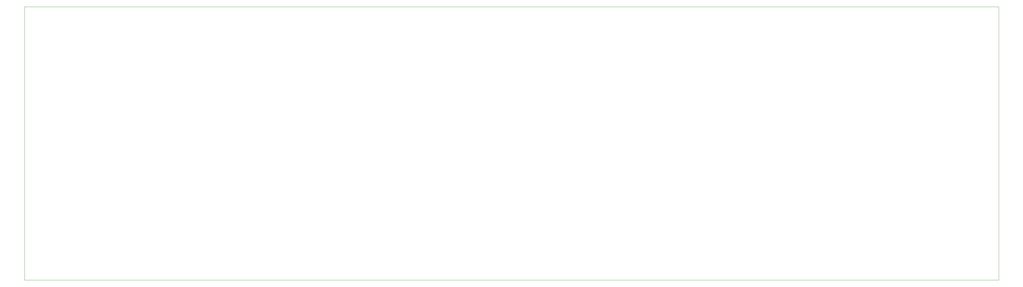
<source format=gbr>
G04 #@! TF.GenerationSoftware,KiCad,Pcbnew,5.1.4-e60b266~84~ubuntu16.04.1*
G04 #@! TF.CreationDate,2019-08-26T00:50:47+07:00*
G04 #@! TF.ProjectId,led_yol,6c65645f-796f-46c2-9e6b-696361645f70,1.0*
G04 #@! TF.SameCoordinates,Original*
G04 #@! TF.FileFunction,Profile,NP*
%FSLAX46Y46*%
G04 Gerber Fmt 4.6, Leading zero omitted, Abs format (unit mm)*
G04 Created by KiCad (PCBNEW 5.1.4-e60b266~84~ubuntu16.04.1) date 2019-08-26 00:50:47*
%MOMM*%
%LPD*%
G04 APERTURE LIST*
%ADD10C,0.050000*%
G04 APERTURE END LIST*
D10*
X-3810000Y-92710000D02*
X302260000Y-92710000D01*
X-3810000Y-178562000D02*
X-3810000Y-92710000D01*
X302260000Y-178562000D02*
X-3810000Y-178562000D01*
X302260000Y-161290000D02*
X302260000Y-178562000D01*
X302260000Y-154940000D02*
X302260000Y-161290000D01*
X302260000Y-153924000D02*
X302260000Y-154940000D01*
X302260000Y-92710000D02*
X302260000Y-153924000D01*
M02*

</source>
